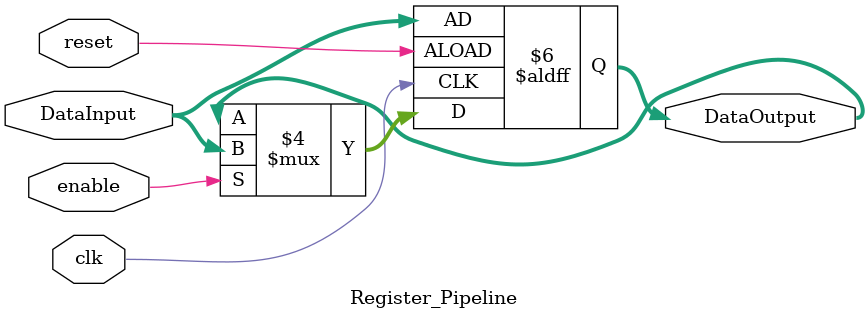
<source format=v>
/******************************************************************
* Description
*	This the basic register that is used in the register file
*	1.0
* Author:
*	Dr. José Luis Pizano Escalante
* email:
*	luispizano@iteso.mx
* Date:
*	01/03/2014
******************************************************************/
module Register_Pipeline
#(
	parameter N=32
)
(
	input clk,
	input reset,
	input enable,
	input  [N-1:0] DataInput,
	
	
	output reg [N-1:0] DataOutput
);

always@(negedge reset or negedge clk) begin
	if(reset==0)
		DataOutput <= DataInput;
	else	
		if(enable==1)
			DataOutput<=DataInput;
end

endmodule
</source>
